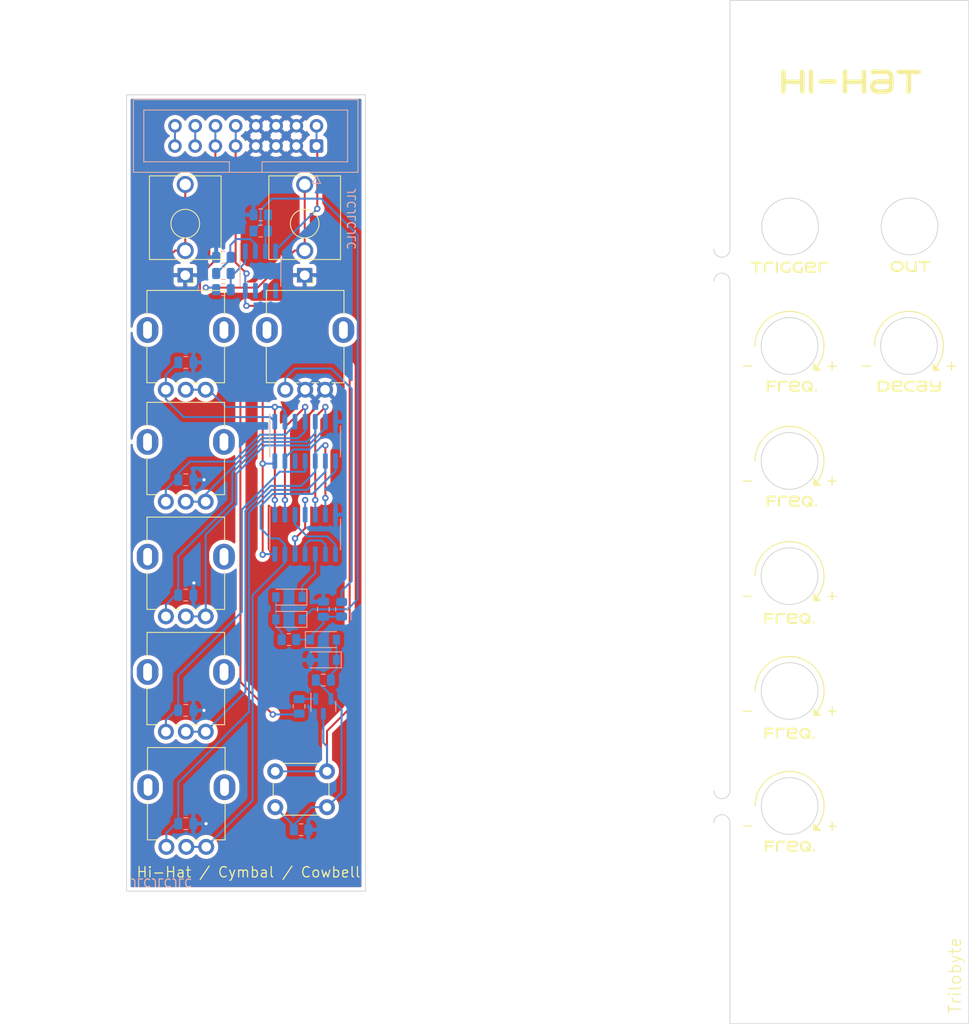
<source format=kicad_pcb>
(kicad_pcb (version 20211014) (generator pcbnew)
  (layers (0 "F.Cu" signal) (31 "B.Cu" signal) (34 "B.Paste" user) (35 "F.Paste" user) (36 "B.SilkS" user "B.Silkscreen") (37 "F.SilkS" user "F.Silkscreen") (38 "B.Mask" user) (39 "F.Mask" user) (44 "Edge.Cuts" user))
  (net 0 "")
  (net 1 "GND")
  (net 2 "+5V")
  (net 3 "TRIGGER")
  (net 4 "Net-(C7-Pad2)")
  (net 5 "Net-(C8-Pad1)")
  (net 6 "/XOR_SQUARE_WAVE")
  (net 7 "Net-(D3-Pad2)")
  (net 8 "Net-(C1-Pad2)")
  (net 9 "OUT")
  (net 10 "Net-(R6-Pad1)")
  (net 11 "Net-(C2-Pad2)")
  (net 12 "Net-(C3-Pad2)")
  (net 13 "unconnected-(U1-Pad7)")
  (net 14 "unconnected-(U1-Pad8)")
  (net 15 "Net-(C4-Pad2)")
  (net 16 "Net-(C5-Pad2)")
  (net 17 "Net-(RV2-Pad2)")
  (net 18 "Net-(RV3-Pad2)")
  (net 19 "Net-(RV4-Pad2)")
  (net 20 "Net-(RV5-Pad2)")
  (net 21 "Net-(RV6-Pad2)")
  (net 26 "Net-(U5-Pad3)")
  (net 27 "Net-(U5-Pad12)")
  (net 28 "Net-(U5-Pad11)")
  (net 29 "Net-(D4-Pad1)")
  (net 30 "Net-(R2-Pad1)")
  (net 31 "Net-(R4-Pad2)")
  (net 32 "Net-(R7-Pad1)")
  (net 33 "+12V")
  (net 34 "-12V")
  (net 35 "Net-(C7-Pad1)")
  (net 36 "Net-(Q1-Pad1)")
  (footprint "LIBRARY-8-bit-computer:alpha-9mm-potentiometer" (layer "F.Cu") (at 59.366 80.85725 90)
    (fp_text reference "RV3" hide)
    (fp_text value "R_Potentiometer_US" hide)
  )
  (footprint "LIBRARY-8-bit-computer:alpha-9mm-potentiometer" (layer "F.Cu") (at 59.436 124.206 90)
    (fp_text reference "RV6" hide)
    (fp_text value "R_Potentiometer_US" hide)
  )
  (footprint "LOGO" (layer "F.Cu") (at 135.54687 73.606)
    (fp_text reference "G***" hide)
    (fp_text value "LOGO" hide)
  )
  (footprint "LOGO" (layer "F.Cu") (at 135.222 58.67)
    (fp_text reference "G***" hide)
    (fp_text value "LOGO" hide)
  )
  (footprint "LIBRARY-8-bit-computer:alpha-9mm-potentiometer" (layer "F.Cu") (at 74.366 66.802 90)
    (fp_text reference "RV1" hide)
    (fp_text value "R_Potentiometer_US" hide)
  )
  (footprint "LIBRARY-8-bit-computer:mouse-bite-2mm-slot" (layer "F.Cu") (at 126.762 58.396 90)
    (fp_text reference "mouse-bite-2mm-slot" hide)
    (fp_text value "VAL**" hide)
    (fp_arc (start 2 1) (mid 1 0) (end 2 -1) (layer "Edge.Cuts") (width 0.1))
    (fp_arc (start -2 -1) (mid -1 0) (end -2 1) (layer "Edge.Cuts") (width 0.1))
  )
  (footprint "LIBRARY-8-bit-computer:3.5mm-mono-jack-eurorack-2" (layer "F.Cu") (at 59.366 53.086 180)
    (fp_text reference "J1" hide)
    (fp_text value "AudioJack2_Ground" hide)
  )
  (footprint "LIBRARY-8-bit-computer:alpha-9mm-potentiometer" (layer "F.Cu") (at 59.366 66.802 90)
    (fp_text reference "RV2" hide)
    (fp_text value "R_Potentiometer_US" hide)
  )
  (footprint "LOGO" (layer "F.Cu") (at 135.305435 131.377435)
    (fp_text reference "G***" hide)
    (fp_text value "LOGO" hide)
  )
  (footprint "LIBRARY-8-bit-computer:3.2mm-mounting-hole-eurorack" (layer "F.Cu") (at 135.262 28.146)
    (fp_text reference "H1" hide)
    (fp_text value "MountingHole" hide)
  )
  (footprint "LOGO" (layer "F.Cu") (at 150.348 58.566)
    (fp_text reference "G***" hide)
    (fp_text value "LOGO" hide)
  )
  (footprint "Button_Switch_THT:SW_PUSH_6mm" (layer "F.Cu") (at 70.664 121.956)
    (fp_text reference "SW1" hide)
    (fp_text value "SW_Push" hide)
  )
  (footprint "LOGO" (layer "F.Cu") (at 142.762 35.396)
    (fp_text reference "G***" hide)
    (fp_text value "LOGO" hide)
  )
  (footprint "LOGO" (layer "F.Cu") (at 150.307435 73.606)
    (fp_text reference "G***" hide)
    (fp_text value "LOGO" hide)
  )
  (footprint "LIBRARY-8-bit-computer:mouse-bite-2mm-slot" (layer "F.Cu") (at 126.762 126.396 90)
    (fp_text reference "mouse-bite-2mm-slot" hide)
    (fp_text value "VAL**" hide)
    (fp_arc (start -2 -1) (mid -1 0) (end -2 1) (layer "Edge.Cuts") (width 0.1))
    (fp_arc (start 2 1) (mid 1 0) (end 2 -1) (layer "Edge.Cuts") (width 0.1))
  )
  (footprint "LIBRARY-8-bit-computer:alpha-9mm-potentiometer" (layer "F.Cu") (at 59.376 95.267 90)
    (fp_text reference "RV4" hide)
    (fp_text value "R_Potentiometer_US" hide)
  )
  (footprint "LIBRARY-8-bit-computer:3.2mm-mounting-hole-eurorack" (layer "F.Cu") (at 150.502 28.146)
    (fp_text reference "H1" hide)
    (fp_text value "MountingHole" hide)
  )
  (footprint "LOGO" (layer "F.Cu") (at 135.261435 117.19)
    (fp_text reference "G***" hide)
    (fp_text value "LOGO" hide)
  )
  (footprint "LIBRARY-8-bit-computer:alpha-9mm-potentiometer" (layer "F.Cu") (at 59.376 109.745 90)
    (fp_text reference "RV5" hide)
    (fp_text value "R_Potentiometer_US" hide)
  )
  (footprint "LIBRARY-8-bit-computer:3.2mm-mounting-hole-eurorack" (layer "F.Cu") (at 135.262 150.646)
    (fp_text reference "H1" hide)
    (fp_text value "MountingHole" hide)
  )
  (footprint "LIBRARY-8-bit-computer:3.5mm-mono-jack-eurorack-2" (layer "F.Cu") (at 74.366 53.086 180)
    (fp_text reference "J2" hide)
    (fp_text value "AudioJack2_Ground" hide)
  )
  (footprint "LIBRARY-8-bit-computer:3.2mm-mounting-hole-eurorack" (layer "F.Cu") (at 150.502 150.646)
    (fp_text reference "H1" hide)
    (fp_text value "MountingHole" hide)
  )
  (footprint "LOGO" (layer "F.Cu") (at 135.252 102.77)
    (fp_text reference "G***" hide)
    (fp_text value "LOGO" hide)
  )
  (footprint "LOGO" (layer "F.Cu") (at 135.54687 88.046)
    (fp_text reference "G***" hide)
    (fp_text value "LOGO" hide)
  )
  (footprint "Resistor_SMD:R_0805_2012Metric" (layer "B.Cu") (at 64.1585 61.468)
    (fp_text reference "R8" hide)
    (fp_text value "R_Small_US" hide)
  )
  (footprint "Resistor_SMD:R_0805_2012Metric" (layer "B.Cu") (at 73.66 113.792 -90)
    (fp_text reference "R9" hide)
    (fp_text value "R_Small_US" hide)
  )
  (footprint "Resistor_SMD:R_0805_2012Metric" (layer "B.Cu") (at 64.1585 59.436 180)
    (fp_text reference "R7" hide)
    (fp_text value "R_Small_US" hide)
  )
  (footprint "Diode_SMD:D_SOD-123" (layer "B.Cu") (at 76.708 107.95 180)
    (fp_text reference "D1" hide)
    (fp_text value "BAT43W-V" hide)
  )
  (footprint "Resistor_SMD:R_0805_2012Metric" (layer "B.Cu") (at 68.834 54.102 180)
    (fp_text reference "R2" hide)
    (fp_text value "R_Small_US" hide)
  )
  (footprint "Capacitor_SMD:C_0805_2012Metric" (layer "B.Cu") (at 76.708 110.49)
    (fp_text reference "C7" hide)
    (fp_text value "C_Small" hide)
  )
  (footprint "Resistor_SMD:R_0805_2012Metric" (layer "B.Cu") (at 64.1585 57.404)
    (fp_text reference "R4" hide)
    (fp_text value "R_Small_US" hide)
  )
  (footprint "Package_SO:SOIC-8_3.9x4.9mm_P1.27mm" (layer "B.Cu") (at 68.8105 59.117 -90)
    (fp_text reference "U2" hide)
    (fp_text value "TL072" hide)
  )
  (footprint "Resistor_SMD:R_0805_2012Metric" (layer "B.Cu") (at 72.39 105.41 180)
    (fp_text reference "R5" hide)
    (fp_text value "R_Small_US" hide)
  )
  (footprint "Package_SO:SOIC-14_3.9x8.7mm_P1.27mm" (layer "B.Cu") (at 74.422 92.202 -90)
    (fp_text reference "U5" hide)
    (fp_text value "4070" hide)
  )
  (footprint "Diode_SMD:D_SOD-123" (layer "B.Cu") (at 72.39 100.076 180)
    (fp_text reference "D3" hide)
    (fp_text value "BAT43W-V" hide)
  )
  (footprint "Resistor_SMD:R_0805_2012Metric" (layer "B.Cu") (at 78.994 101.6 -90)
    (fp_text reference "R6" hide)
    (fp_text value "R_Small_US" hide)
  )
  (footprint "LIBRARY-8-bit-computer:IDC-Socket-Eurorack_16p_2.54mm" (layer "B.Cu") (at 66.97 42.164 -90)
    (fp_text reference "U1" hide)
    (fp_text value "Eurorack_IDE_16P" hide)
  )
  (footprint "Capacitor_SMD:C_0805_2012Metric" (layer "B.Cu") (at 59.436 128.524 180)
    (fp_text reference "C5" hide)
    (fp_text value "C_Small" hide)
  )
  (footprint "Capacitor_SMD:C_0805_2012Metric" (layer "B.Cu") (at 59.436 70.612 180)
    (fp_text reference "C1" hide)
    (fp_text value "C_Small" hide)
  )
  (footprint "Capacitor_SMD:C_0805_2012Metric" (layer "B.Cu") (at 59.436 85.344 180)
    (fp_text reference "C2" hide)
    (fp_text value "C_Small" hide)
  )
  (footprint "Package_SO:SOIC-14_3.9x8.7mm_P1.27mm" (layer "B.Cu") (at 74.422 80.518 -90)
    (fp_text reference "U4" hide)
    (fp_text value "40106" hide)
  )
  (footprint "Capacitor_SMD:C_0805_2012Metric" (layer "B.Cu") (at 59.436 99.822 180)
    (fp_text reference "C3" hide)
    (fp_text value "C_Small" hide)
  )
  (footprint "Resistor_SMD:R_0805_2012Metric" (layer "B.Cu") (at 73.914 129.286 180)
    (fp_text reference "R1" hide)
    (fp_text value "R_Small_US" hide)
  )
  (footprint "Diode_SMD:D_SOD-123" (layer "B.Cu") (at 76.708 105.41)
    (fp_text reference "D2" hide)
    (fp_text value "BAT43W-V" hide)
  )
  (footprint "Capacitor_SMD:C_0805_2012Metric" (layer "B.Cu") (at 59.436 114.3 180)
    (fp_text reference "C4" hide)
    (fp_text value "C_Small" hide)
  )
  (footprint "Diode_SMD:D_SOD-123" (layer "B.Cu") (at 72.39 102.87 180)
    (fp_text reference "D4" hide)
    (fp_text value "BAT43W-V" hide)
  )
  (footprint "Package_TO_SOT_SMD:SOT-23" (layer "B.Cu") (at 76.708 113.792 -90)
    (fp_text reference "Q1" hide)
    (fp_text value "2N2222_smd-stephen" hide)
  )
  (footprint "Resistor_SMD:R_0805_2012Metric" (layer "B.Cu") (at 68.834 52.07 180)
    (fp_text reference "R3" hide)
    (fp_text value "R_Small_US" hide)
  )
  (footprint "Capacitor_SMD:C_0805_2012Metric" (layer "B.Cu") (at 76.708 101.6 90)
    (fp_text reference "C8" hide)
    (fp_text value "C_Small" hide)
  )
  (gr_poly (pts (xy 139.082565 71.584565) (xy 138.31 71.584565) (xy 138.31 70.812)) (layer "F.SilkS") (width 0.15) (fill solid))
  (gr_arc (start 130.937971 126.297435) (mid 136.918718 122.301227) (end 138.322 129.356) (layer "F.SilkS") (width 0.15))
  (gr_line (start 155.088 71.066) (end 156.104 71.066) (layer "F.SilkS") (width 0.15))
  (gr_line (start 129.420565 99.976) (end 130.436565 99.976) (layer "F.SilkS") (width 0.15))
  (gr_line (start 140.595435 86.014) (end 140.595435 84.998) (layer "F.SilkS") (width 0.15))
  (gr_poly (pts (xy 139.082 86.024565) (xy 138.309435 86.024565) (xy 138.309435 85.252)) (layer "F.SilkS") (width 0.15) (fill solid))
  (gr_line (start 155.596 71.574) (end 155.596 70.558) (layer "F.SilkS") (width 0.15))
  (gr_line (start 129.43 114.396) (end 130.446 114.396) (layer "F.SilkS") (width 0.15))
  (gr_line (start 129.432 128.837435) (end 130.448 128.837435) (layer "F.SilkS") (width 0.15))
  (gr_poly (pts (xy 139.08313 100.494565) (xy 138.310565 100.494565) (xy 138.310565 99.722)) (layer "F.SilkS") (width 0.15) (fill solid))
  (gr_arc (start 130.935971 111.856) (mid 136.916718 107.859792) (end 138.32 114.914565) (layer "F.SilkS") (width 0.15))
  (gr_line (start 140.596565 100.484) (end 140.596565 99.468) (layer "F.SilkS") (width 0.15))
  (gr_line (start 140.608 129.345435) (end 140.608 128.329435) (layer "F.SilkS") (width 0.15))
  (gr_line (start 129.42 71.066) (end 130.436 71.066) (layer "F.SilkS") (width 0.15))
  (gr_line (start 140.596 71.574) (end 140.596 70.558) (layer "F.SilkS") (width 0.15))
  (gr_line (start 129.419435 85.506) (end 130.435435 85.506) (layer "F.SilkS") (width 0.15))
  (gr_line (start 140.606 114.904) (end 140.606 113.888) (layer "F.SilkS") (width 0.15))
  (gr_arc (start 130.926536 97.436) (mid 136.907283 93.439792) (end 138.310565 100.494565) (layer "F.SilkS") (width 0.15))
  (gr_line (start 140.088 71.066) (end 141.104 71.066) (layer "F.SilkS") (width 0.15))
  (gr_line (start 144.42 71.066) (end 145.436 71.066) (layer "F.SilkS") (width 0.15))
  (gr_poly (pts (xy 154.082565 71.584565) (xy 153.31 71.584565) (xy 153.31 70.812)) (layer "F.SilkS") (width 0.15) (fill solid))
  (gr_line (start 140.1 128.837435) (end 141.116 128.837435) (layer "F.SilkS") (width 0.15))
  (gr_poly (pts (xy 139.094565 129.356) (xy 138.322 129.356) (xy 138.322 128.583435)) (layer "F.SilkS") (width 0.15) (fill solid))
  (gr_line (start 140.087435 85.506) (end 141.103435 85.506) (layer "F.SilkS") (width 0.15))
  (gr_poly (pts (xy 139.092565 114.914565) (xy 138.32 114.914565) (xy 138.32 114.142)) (layer "F.SilkS") (width 0.15) (fill solid))
  (gr_arc (start 130.925971 68.526) (mid 136.906718 64.529792) (end 138.31 71.584565) (layer "F.SilkS") (width 0.15))
  (gr_arc (start 130.925406 82.966) (mid 136.906153 78.969792) (end 138.309435 86.024565) (layer "F.SilkS") (width 0.15))
  (gr_line (start 140.088565 99.976) (end 141.104565 99.976) (layer "F.SilkS") (width 0.15))
  (gr_line (start 140.098 114.396) (end 141.114 114.396) (layer "F.SilkS") (width 0.15))
  (gr_arc (start 145.925971 68.526) (mid 151.906718 64.529792) (end 153.31 71.584565) (layer "F.SilkS") (width 0.15))
  (gr_circle (center 135.262 111.866) (end 138.822 111.866) (layer "Edge.Cuts") (width 0.1) (fill none))
  (gr_circle (center 135.252565 97.446) (end 138.812565 97.446) (layer "Edge.Cuts") (width 0.1) (fill none))
  (gr_line (start 52 137) (end 52 37) (layer "Edge.Cuts") (width 0.1))
  (gr_line (start 82 122) (end 82 137) (layer "Edge.Cuts") (width 0.1))
  (gr_line (start 127.762 153.646) (end 127.762 128.396) (layer "Edge.Cuts") (width 0.1))
  (gr_line (start 127.762 25.146) (end 157.762 25.146) (layer "Edge.Cuts") (width 0.1))
  (gr_circle (center 135.252 68.536) (end 138.812 68.536) (layer "Edge.Cuts") (width 0.1) (fill none))
  (gr_circle (center 150.252 68.536) (end 153.812 68.536) (layer "Edge.Cuts") (width 0.1) (fill none))
  (gr_circle (center 135.264 126.307435) (end 138.824 126.307435) (layer "Edge.Cuts") (width 0.1) (fill none))
  (gr_line (start 82 37) (end 52 37) (layer "Edge.Cuts") (width 0.1))
  (gr_line (start 127.762 56.396) (end 127.762 25.146) (layer "Edge.Cuts") (width 0.1))
  (gr_line (start 127.762 124.396) (end 127.762 60.396) (layer "Edge.Cuts") (width 0.1))
  (gr_circle (center 150.322 53.526) (end 153.882 53.526) (layer "Edge.Cuts") (width 0.1) (fill none))
  (gr_line (start 82 137) (end 52 137) (layer "Edge.Cuts") (width 0.1))
  (gr_circle (center 135.322 53.536) (end 138.882 53.536) (layer "Edge.Cuts") (width 0.1) (fill none))
  (gr_line (start 157.762 25.146) (end 157.762 153.646) (layer "Edge.Cuts") (width 0.1))
  (gr_line (start 157.762 153.646) (end 127.762 153.646) (layer "Edge.Cuts") (width 0.1))
  (gr_circle (center 135.251435 82.976) (end 138.811435 82.976) (layer "Edge.Cuts") (width 0.1) (fill none))
  (gr_line (start 82 58) (end 82 122) (layer "Edge.Cuts") (width 0.1))
  (gr_line (start 82 58) (end 82 37) (layer "Edge.Cuts") (width 0.1))
  (gr_text "JLCJLCJLC" (at 80.264 52.578 90) (layer "B.SilkS") (effects (font (size 1 1)) (justify mirror)))
  (gr_text "JLCJLCJLC" (at 56.366 135.92 180) (layer "B.SilkS") (effects (font (size 1 1)) (justify mirror)))
  (gr_text "Hi-Hat / Cymbal / Cowbell" (at 67.31 134.62) (layer "F.SilkS") (effects (font (size 1.3 1.3))))
  (gr_text "Trilobyte" (at 156.032 147.586 90) (layer "F.SilkS") (effects (font (size 1.5 1.5))))
  (via (at 60.452 98.298) (size 0.8) (drill 0.4) (layers "F.Cu" "B.Cu") (net 1))
  (via (at 61.722 85.344) (size 0.8) (drill 0.4) (layers "F.Cu" "B.Cu") (net 1))
  (via (at 61.976 128.524) (size 0.8) (drill 0.4) (layers "F.Cu" "B.Cu") (net 1))
  (via (at 61.722 114.3) (size 0.8) (drill 0.4) (layers "F.Cu" "B.Cu") (net 1))
  (segment (start 60.386 114.3) (end 61.722 114.3) (width 0.25) (layer "B.Cu") (net 1))
  (segment (start 77.724 80.01) (end 78.232 79.502) (width 0.25) (layer "B.Cu") (net 1))
  (segment (start 78.232 79.502) (end 78.232 78.043) (width 0.25) (layer "B.Cu") (net 1))
  (segment (start 76.454 80.01) (end 77.724 80.01) (width 0.25) (layer "B.Cu") (net 1))
  (segment (start 72.964928 81.534) (end 74.93 81.534) (width 0.25) (layer "B.Cu") (net 1))
  (segment (start 60.386 128.524) (end 61.976 128.524) (width 0.25) (layer "B.Cu") (net 1))
  (segment (start 71.882 82.616928) (end 72.964928 81.534) (width 0.25) (layer "B.Cu") (net 1))
  (segment (start 60.386 98.364) (end 60.452 98.298) (width 0.25) (layer "B.Cu") (net 1))
  (segment (start 74.93 81.534) (end 76.454 80.01) (width 0.25) (layer "B.Cu") (net 1))
  (segment (start 60.386 85.344) (end 61.722 85.344) (width 0.25) (layer "B.Cu") (net 1))
  (segment (start 71.882 82.993) (end 71.882 82.616928) (width 0.25) (layer "B.Cu") (net 1))
  (segment (start 60.386 99.822) (end 60.386 98.364) (width 0.25) (layer "B.Cu") (net 1))
  (segment (start 63.148 43.434) (end 63.148 57.756) (width 0.25) (layer "F.Cu") (net 2))
  (segment (start 61.214 59.69) (end 61.214 66.802) (width 0.25) (layer "F.Cu") (net 2))
  (segment (start 63.148 57.756) (end 61.214 59.69) (width 0.25) (layer "F.Cu") (net 2))
  (segment (start 69.088 74.676) (end 69.088 83.312) (width 0.25) (layer "F.Cu") (net 2))
  (segment (start 69.088 94.742) (end 69.088 83.312) (width 0.25) (layer "F.Cu") (net 2))
  (segment (start 61.214 66.802) (end 69.088 74.676) (width 0.25) (layer "F.Cu") (net 2))
  (via (at 69.088 83.312) (size 0.8) (drill 0.4) (layers "F.Cu" "B.Cu") (net 2))
  (via (at 69.088 94.742) (size 0.8) (drill 0.4) (layers "F.Cu" "B.Cu") (net 2))
  (segment (start 69.088 83.312) (end 70.293 83.312) (width 0.25) (layer "B.Cu") (net 2))
  (segment (start 70.612 94.677) (end 69.153 94.677) (width 0.25) (layer "B.Cu") (net 2))
  (segment (start 70.293 83.312) (end 70.612 82.993) (width 0.25) (layer "B.Cu") (net 2))
  (segment (start 63.148 43.434) (end 63.148 40.906) (width 0.25) (layer "B.Cu") (net 2))
  (segment (start 69.153 94.677) (end 69.088 94.742) (width 0.25) (layer "B.Cu") (net 2))
  (segment (start 63.148 40.906) (end 63.16 40.894) (width 0.25) (layer "B.Cu") (net 2))
  (segment (start 66.294 73.152) (end 66.294 110.744) (width 0.25) (layer "F.Cu") (net 3))
  (segment (start 56.642 63.5) (end 66.294 73.152) (width 0.25) (layer "F.Cu") (net 3))
  (segment (start 66.294 110.744) (end 70.358 114.808) (width 0.25) (layer "F.Cu") (net 3))
  (segment (start 59.366 48.26) (end 59.366 56.56) (width 0.25) (layer "F.Cu") (net 3))
  (segment (start 56.642 58.014) (end 56.642 63.5) (width 0.25) (layer "F.Cu") (net 3))
  (segment (start 59.366 56.56) (end 58.096 56.56) (width 0.25) (layer "F.Cu") (net 3))
  (segment (start 58.096 56.56) (end 56.642 58.014) (width 0.25) (layer "F.Cu") (net 3))
  (via (at 70.358 114.808) (size 0.8) (drill 0.4) (layers "F.Cu" "B.Cu") (net 3))
  (segment (start 70.358 114.808) (end 73.5565 114.808) (width 0.25) (layer "B.Cu") (net 3))
  (segment (start 73.5565 114.808) (end 73.66 114.7045) (width 0.25) (layer "B.Cu") (net 3))
  (segment (start 77.658 110.49) (end 77.658 109.794) (width 0.25) (layer "B.Cu") (net 4))
  (segment (start 77.658 109.794) (end 78.358 109.094) (width 0.25) (layer "B.Cu") (net 4))
  (segment (start 78.358 107.95) (end 78.358 105.41) (width 0.25) (layer "B.Cu") (net 4))
  (segment (start 78.358 109.094) (end 78.358 107.95) (width 0.25) (layer "B.Cu") (net 4))
  (segment (start 73.3025 105.41) (end 75.058 105.41) (width 0.25) (layer "B.Cu") (net 5))
  (segment (start 75.058 105.028) (end 76.708 103.378) (width 0.25) (layer "B.Cu") (net 5))
  (segment (start 76.708 102.55) (end 78.9565 102.55) (width 0.25) (layer "B.Cu") (net 5))
  (segment (start 78.9565 102.55) (end 78.994 102.5125) (width 0.25) (layer "B.Cu") (net 5))
  (segment (start 76.708 103.378) (end 76.708 102.55) (width 0.25) (layer "B.Cu") (net 5))
  (segment (start 75.058 105.41) (end 75.058 105.028) (width 0.25) (layer "B.Cu") (net 5))
  (segment (start 74.04 98.68) (end 75.692 97.028) (width 0.25) (layer "B.Cu") (net 6))
  (segment (start 75.692 97.028) (end 75.692 94.677) (width 0.25) (layer "B.Cu") (net 6))
  (segment (start 74.04 100.076) (end 74.04 98.68) (width 0.25) (layer "B.Cu") (net 6))
  (segment (start 70.74 100.076) (end 70.74 102.87) (width 0.25) (layer "B.Cu") (net 7))
  (segment (start 70.74 103.76) (end 71.4775 104.4975) (width 0.25) (layer "B.Cu") (net 7))
  (segment (start 70.74 102.87) (end 70.74 103.76) (width 0.25) (layer "B.Cu") (net 7))
  (segment (start 71.4775 104.4975) (end 71.4775 105.41) (width 0.25) (layer "B.Cu") (net 7))
  (segment (start 70.039 77.47) (end 59.182 77.47) (width 0.25) (layer "B.Cu") (net 8))
  (segment (start 56.926 72.172) (end 58.486 70.612) (width 0.25) (layer "B.Cu") (net 8))
  (segment (start 59.182 77.47) (end 56.926 75.214) (width 0.25) (layer "B.Cu") (net 8))
  (segment (start 56.926 74.034) (end 56.926 72.172) (width 0.25) (layer "B.Cu") (net 8))
  (segment (start 70.612 78.043) (end 70.039 77.47) (width 0.25) (layer "B.Cu") (net 8))
  (segment (start 56.926 75.214) (end 56.926 74.034) (width 0.25) (layer "B.Cu") (net 8))
  (segment (start 68.442 61.214) (end 61.9385 61.214) (width 0.25) (layer "F.Cu") (net 9))
  (segment (start 73.096 56.56) (end 68.442 61.214) (width 0.25) (layer "F.Cu") (net 9))
  (segment (start 74.366 48.26) (end 74.366 56.56) (width 0.25) (layer "F.Cu") (net 9))
  (segment (start 74.366 56.56) (end 73.096 56.56) (width 0.25) (layer "F.Cu") (net 9))
  (via (at 61.9385 61.214) (size 0.8) (drill 0.4) (layers "F.Cu" "B.Cu") (net 9))
  (segment (start 62.992 61.214) (end 61.9385 61.214) (width 0.25) (layer "B.Cu") (net 9))
  (segment (start 63.246 61.468) (end 62.992 61.214) (width 0.25) (layer "B.Cu") (net 9))
  (segment (start 73.152 71.374) (end 71.926 72.6) (width 0.25) (layer "B.Cu") (net 10))
  (segment (start 80.264 98.044) (end 80.264 73.914) (width 0.25) (layer "B.Cu") (net 10))
  (segment (start 80.264 73.914) (end 77.724 71.374) (width 0.25) (layer "B.Cu") (net 10))
  (segment (start 78.994 99.314) (end 80.264 98.044) (width 0.25) (layer "B.Cu") (net 10))
  (segment (start 78.994 100.6875) (end 78.994 99.314) (width 0.25) (layer "B.Cu") (net 10))
  (segment (start 71.926 72.6) (end 71.926 74.034) (width 0.25) (layer "B.Cu") (net 10))
  (segment (start 77.724 71.374) (end 73.152 71.374) (width 0.25) (layer "B.Cu") (net 10))
  (segment (start 58.166 85.344) (end 58.486 85.344) (width 0.25) (layer "B.Cu") (net 11))
  (segment (start 58.486 84.516) (end 58.486 85.344) (width 0.25) (layer "B.Cu") (net 11))
  (segment (start 73.152 78.043) (end 73.152 78.458048) (width 0.25) (layer "B.Cu") (net 11))
  (segment (start 65.402888 83.058) (end 59.944 83.058) (width 0.25) (layer "B.Cu") (net 11))
  (segment (start 59.944 83.058) (end 58.486 84.516) (width 0.25) (layer "B.Cu") (net 11))
  (segment (start 56.926 86.584) (end 58.166 85.344) (width 0.25) (layer "B.Cu") (net 11))
  (segment (start 56.926 88.08925) (end 56.926 86.584) (width 0.25) (layer "B.Cu") (net 11))
  (segment (start 71.93258 79.677468) (end 68.783419 79.677469) (width 0.25) (layer "B.Cu") (net 11))
  (segment (start 73.152 78.458048) (end 71.93258 79.677468) (width 0.25) (layer "B.Cu") (net 11))
  (segment (start 68.783419 79.677469) (end 65.402888 83.058) (width 0.25) (layer "B.Cu") (net 11))
  (segment (start 75.692 79.500592) (end 74.616103 80.576489) (width 0.25) (layer "B.Cu") (net 12))
  (segment (start 65.278 88.138) (end 58.486 94.93) (width 0.25) (layer "B.Cu") (net 12))
  (segment (start 56.936 101.052) (end 58.166 99.822) (width 0.25) (layer "B.Cu") (net 12))
  (segment (start 69.155806 80.57649) (end 65.278 84.454296) (width 0.25) (layer "B.Cu") (net 12))
  (segment (start 65.278 84.454296) (end 65.278 88.138) (width 0.25) (layer "B.Cu") (net 12))
  (segment (start 58.166 99.822) (end 58.486 99.822) (width 0.25) (layer "B.Cu") (net 12))
  (segment (start 75.692 78.043) (end 75.692 79.500592) (width 0.25) (layer "B.Cu") (net 12))
  (segment (start 56.936 102.499) (end 56.936 101.052) (width 0.25) (layer "B.Cu") (net 12))
  (segment (start 74.616103 80.576489) (end 69.155806 80.57649) (width 0.25) (layer "B.Cu") (net 12))
  (segment (start 58.486 94.93) (end 58.486 99.822) (width 0.25) (layer "B.Cu") (net 12))
  (segment (start 60.62 40.894) (end 60.62 43.422) (width 0.25) (layer "B.Cu") (net 13))
  (segment (start 60.62 43.422) (end 60.608 43.434) (width 0.25) (layer "B.Cu") (net 13))
  (segment (start 58.068 40.906) (end 58.08 40.894) (width 0.25) (layer "B.Cu") (net 14))
  (segment (start 58.068 43.434) (end 58.068 40.906) (width 0.25) (layer "B.Cu") (net 14))
  (segment (start 56.936 115.53) (end 58.166 114.3) (width 0.25) (layer "B.Cu") (net 15))
  (segment (start 66.469468 89.09482) (end 66.469468 101.932532) (width 0.25) (layer "B.Cu") (net 15))
  (segment (start 58.486 109.916) (end 58.486 114.3) (width 0.25) (layer "B.Cu") (net 15))
  (segment (start 71.236288 84.328) (end 66.469468 89.09482) (width 0.25) (layer "B.Cu") (net 15))
  (segment (start 74.422 82.993) (end 74.422 84.328) (width 0.25) (layer "B.Cu") (net 15))
  (segment (start 74.422 84.328) (end 71.236288 84.328) (width 0.25) (layer "B.Cu") (net 15))
  (segment (start 66.469468 101.932532) (end 58.486 109.916) (width 0.25) (layer "B.Cu") (net 15))
  (segment (start 56.936 116.977) (end 56.936 115.53) (width 0.25) (layer "B.Cu") (net 15))
  (segment (start 58.166 114.3) (end 58.486 114.3) (width 0.25) (layer "B.Cu") (net 15))
  (segment (start 67.368489 89.467207) (end 67.368489 114.495511) (width 0.25) (layer "B.Cu") (net 16))
  (segment (start 76.962 84.328) (end 74.676 86.614) (width 0.25) (layer "B.Cu") (net 16))
  (segment (start 76.962 82.993) (end 76.962 84.328) (width 0.25) (layer "B.Cu") (net 16))
  (segment (start 56.996 129.694) (end 56.996 131.438) (width 0.25) (layer "B.Cu") (net 16))
  (segment (start 58.486 128.524) (end 58.166 128.524) (width 0.25) (layer "B.Cu") (net 16))
  (segment (start 74.676 86.614) (end 70.221696 86.614) (width 0.25) (layer "B.Cu") (net 16))
  (segment (start 70.221696 86.614) (end 67.368489 89.467207) (width 0.25) (layer "B.Cu") (net 16))
  (segment (start 67.368489 114.495511) (end 58.486 123.378) (width 0.25) (layer "B.Cu") (net 16))
  (segment (start 58.166 128.524) (end 56.996 129.694) (width 0.25) (layer "B.Cu") (net 16))
  (segment (start 58.486 123.378) (end 58.486 128.524) (width 0.25) (layer "B.Cu") (net 16))
  (segment (start 70.612 87.884) (end 70.612 76.2) (width 0.25) (layer "F.Cu") (net 17))
  (via (at 70.612 87.884) (size 0.8) (drill 0.4) (layers "F.Cu" "B.Cu") (net 17))
  (via (at 70.612 76.2) (size 0.8) (drill 0.4) (layers "F.Cu" "B.Cu") (net 17))
  (segment (start 71.882 76.708) (end 71.374 76.2) (width 0.25) (layer "B.Cu") (net 17))
  (segment (start 59.426 74.034) (end 61.926 74.034) (width 0.25) (layer "B.Cu") (net 17))
  (segment (start 71.374 76.2) (end 64.481 76.2) (width 0.25) (layer "B.Cu") (net 17))
  (segment (start 64.481 76.2) (end 62.315 74.034) (width 0.25) (layer "B.Cu") (net 17))
  (segment (start 70.612 89.727) (end 70.612 87.884) (width 0.25) (layer "B.Cu") (net 17))
  (segment (start 71.882 78.043) (end 71.882 76.708) (width 0.25) (layer "B.Cu") (net 17))
  (segment (start 62.315 74.034) (end 61.926 74.034) (width 0.25) (layer "B.Cu") (net 17))
  (segment (start 71.882 87.884) (end 71.882 78.74) (width 0.25) (layer "F.Cu") (net 18))
  (segment (start 71.882 78.74) (end 74.422 76.2) (width 0.25) (layer "F.Cu") (net 18))
  (via (at 74.422 76.2) (size 0.8) (drill 0.4) (layers "F.Cu" "B.Cu") (net 18))
  (via (at 71.882 87.884) (size 0.8) (drill 0.4) (layers "F.Cu" "B.Cu") (net 18))
  (segment (start 61.926 87.170592) (end 68.969613 80.126979) (width 0.25) (layer "B.Cu") (net 18))
  (segment (start 73.543022 80.126978) (end 74.422 79.248) (width 0.25) (layer "B.Cu") (net 18))
  (segment (start 74.422 79.248) (end 74.422 78.043) (width 0.25) (layer "B.Cu") (net 18))
  (segment (start 74.422 76.2) (end 74.422 78.043) (width 0.25) (layer "B.Cu") (net 18))
  (segment (start 68.969613 80.126979) (end 73.543022 80.126978) (width 0.25) (layer "B.Cu") (net 18))
  (segment (start 71.882 89.727) (end 71.882 87.884) (width 0.25) (layer "B.Cu") (net 18))
  (segment (start 59.426 88.08925) (end 61.926 88.08925) (width 0.25) (layer "B.Cu") (net 18))
  (segment (start 61.926 88.08925) (end 61.926 87.170592) (width 0.25) (layer "B.Cu") (net 18))
  (segment (start 75.692 77.47) (end 76.962 76.2) (width 0.25) (layer "F.Cu") (net 19))
  (segment (start 75.692 87.884) (end 75.692 77.47) (width 0.25) (layer "F.Cu") (net 19))
  (via (at 76.962 76.2) (size 0.8) (drill 0.4) (layers "F.Cu" "B.Cu") (net 19))
  (via (at 75.692 87.884) (size 0.8) (drill 0.4) (layers "F.Cu" "B.Cu") (net 19))
  (segment (start 61.936 92.242) (end 65.786 88.392) (width 0.25) (layer "B.Cu") (net 19))
  (segment (start 65.786 84.582) (end 69.342 81.026) (width 0.25) (layer "B.Cu") (net 19))
  (segment (start 76.962 76.2) (end 76.962 78.043) (width 0.25) (layer "B.Cu") (net 19))
  (segment (start 59.436 102.499) (end 61.936 102.499) (width 0.25) (layer "B.Cu") (net 19))
  (segment (start 75.692 89.727) (end 75.692 87.884) (width 0.25) (layer "B.Cu") (net 19))
  (segment (start 65.786 88.392) (end 65.786 84.582) (width 0.25) (layer "B.Cu") (net 19))
  (segment (start 61.936 102.499) (end 61.936 92.242) (width 0.25) (layer "B.Cu") (net 19))
  (segment (start 69.342 81.026) (end 74.802296 81.026) (width 0.25) (layer "B.Cu") (net 19))
  (segment (start 76.962 78.866296) (end 76.962 78.043) (width 0.25) (layer "B.Cu") (net 19))
  (segment (start 74.802296 81.026) (end 76.962 78.866296) (width 0.25) (layer "B.Cu") (net 19))
  (segment (start 76.962 87.63) (end 76.962 81.026) (width 0.25) (layer "F.Cu") (net 20))
  (via (at 76.962 87.63) (size 0.8) (drill 0.4) (layers "F.Cu" "B.Cu") (net 20))
  (via (at 76.962 81.026) (size 0.8) (drill 0.4) (layers "F.Cu" "B.Cu") (net 20))
  (segment (start 70.093992 86.106) (end 73.914 86.106) (width 0.25) (layer "B.Cu") (net 20))
  (segment (start 75.692 84.328) (end 75.692 82.993) (width 0.25) (layer "B.Cu") (net 20))
  (segment (start 73.914 86.106) (end 75.692 84.328) (width 0.25) (layer "B.Cu") (net 20))
  (segment (start 66.918978 111.994022) (end 66.918979 89.281013) (width 0.25) (layer "B.Cu") (net 20))
  (segment (start 66.918979 89.281013) (end 70.093992 86.106) (width 0.25) (layer "B.Cu") (net 20))
  (segment (start 76.581704 81.026) (end 75.692 81.915704) (width 0.25) (layer "B.Cu") (net 20))
  (segment (start 76.962 81.026) (end 76.581704 81.026) (width 0.25) (layer "B.Cu") (net 20))
  (segment (start 75.692 81.915704) (end 75.692 82.993) (width 0.25) (layer "B.Cu") (net 20))
  (segment (start 76.962 89.727) (end 76.962 87.63) (width 0.25) (layer "B.Cu") (net 20))
  (segment (start 59.436 116.977) (end 61.936 116.977) (width 0.25) (layer "B.Cu") (net 20))
  (segment (start 61.936 116.977) (end 66.918978 111.994022) (width 0.25) (layer "B.Cu") (net 20))
  (segment (start 70.3494 87.122) (end 75.339536 87.122) (width 0.25) (layer "B.Cu") (net 21))
  (segment (start 59.496 131.438) (end 61.996 131.438) (width 0.25) (layer "B.Cu") (net 21))
  (segment (start 70.104 92.71) (end 68.834 91.44) (width 0.25) (layer "B.Cu") (net 21))
  (segment (start 68.834 88.646) (end 68.8297 88.6417) (width 0.25) (layer "B.Cu") (net 21))
  (segment (start 71.882 95.758) (end 71.882 94.677) (width 0.25) (layer "B.Cu") (net 21))
  (segment (start 67.818 125.616) (end 67.818 99.822) (width 0.25) (layer "B.Cu") (net 21))
  (segment (start 68.834 91.44) (end 68.834 88.646) (width 0.25) (layer "B.Cu") (net 21))
  (segment (start 71.12 92.71) (end 70.104 92.71) (width 0.25) (layer "B.Cu") (net 21))
  (segment (start 68.8297 88.6417) (end 70.3494 87.122) (width 0.25) (layer "B.Cu") (net 21))
  (segment (start 75.339536 87.122) (end 78.232 84.229536) (width 0.25) (layer "B.Cu") (net 21))
  (segment (start 78.232 84.229536) (end 78.232 82.993) (width 0.25) (layer "B.Cu") (net 21))
  (segment (start 61.996 131.438) (end 67.818 125.616) (width 0.25) (layer "B.Cu") (net 21))
  (segment (start 71.882 93.472) (end 71.12 92.71) (width 0.25) (layer "B.Cu") (net 21))
  (segment (start 71.882 94.677) (end 71.882 93.472) (width 0.25) (layer "B.Cu") (net 21))
  (segment (start 67.818 99.822) (end 71.882 95.758) (width 0.25) (layer "B.Cu") (net 21))
  (segment (start 73.152 90.932) (end 74.676 92.456) (width 0.25) (layer "B.Cu") (net 26))
  (segment (start 73.152 89.727) (end 73.152 90.932) (width 0.25) (layer "B.Cu") (net 26))
  (segment (start 78.232 93.472) (end 78.232 94.677) (width 0.25) (layer "B.Cu") (net 26))
  (segment (start 77.216 92.456) (end 78.232 93.472) (width 0.25) (layer "B.Cu") (net 26))
  (segment (start 74.676 92.456) (end 77.216 92.456) (width 0.25) (layer "B.Cu") (net 26))
  (segment (start 74.422 87.884) (end 74.422 91.44) (width 0.25) (layer "F.Cu") (net 27))
  (segment (start 74.422 91.44) (end 73.152 92.71) (width 0.25) (layer "F.Cu") (net 27))
  (via (at 73.152 92.71) (size 0.8) (drill 0.4) (layers "F.Cu" "B.Cu") (net 27))
  (via (at 74.422 87.884) (size 0.8) (drill 0.4) (layers "F.Cu" "B.Cu") (net 27))
  (segment (start 74.422 89.727) (end 74.422 87.884) (width 0.25) (layer "B.Cu") (net 27))
  (segment (start 73.152 92.71) (end 73.152 94.677) (width 0.25) (layer "B.Cu") (net 27))
  (segment (start 74.422 93.472) (end 74.422 94.677) (width 0.25) (layer "B.Cu") (net 28))
  (segment (start 74.93 92.964) (end 74.422 93.472) (width 0.25) (layer "B.Cu") (net 28))
  (segment (start 76.454 92.964) (end 74.93 92.964) (width 0.25) (layer "B.Cu") (net 28))
  (segment (start 76.962 93.472) (end 76.454 92.964) (width 0.25) (layer "B.Cu") (net 28))
  (segment (start 76.962 94.677) (end 76.962 93.472) (width 0.25) (layer "B.Cu") (net 28))
  (segment (start 75.31 101.6) (end 79.756 101.6) (width 0.25) (layer "B.Cu") (net 29))
  (segment (start 68.834 53.1895) (end 67.9215 54.102) (width 0.25) (layer "B.Cu") (net 29))
  (segment (start 74.04 102.87) (end 75.31 101.6) (width 0.25) (layer "B.Cu") (net 29))
  (segment (start 70.253507 50.038) (end 68.834 51.457507) (width 0.25) (layer "B.Cu") (net 29))
  (segment (start 79.756 101.6) (end 81.026 100.33) (width 0.25) (layer "B.Cu") (net 29))
  (segment (start 68.834 51.457507) (end 68.834 53.1895) (width 0.25) (layer "B.Cu") (net 29))
  (segment (start 76.454 50.038) (end 70.253507 50.038) (width 0.25) (layer "B.Cu") (net 29))
  (segment (start 81.026 100.33) (end 81.026 54.61) (width 0.25) (layer "B.Cu") (net 29))
  (segment (start 81.026 54.61) (end 76.454 50.038) (width 0.25) (layer "B.Cu") (net 29))
  (segment (start 69.7465 54.102) (end 69.7465 52.07) (width 0.25) (layer "B.Cu") (net 30))
  (segment (start 69.4455 54.403) (end 69.4455 56.642) (width 0.25) (layer "B.Cu") (net 30))
  (segment (start 69.7465 54.102) (end 69.4455 54.403) (width 0.25) (layer "B.Cu") (net 30))
  (segment (start 65.024 55.88) (end 65.024 57.357) (width 0.25) (layer "B.Cu") (net 31))
  (segment (start 66.294 55.118) (end 65.786 55.118) (width 0.25) (layer "B.Cu") (net 31))
  (segment (start 65.071 57.611) (end 63.246 59.436) (width 0.25) (layer "B.Cu") (net 31))
  (segment (start 67.57252 55.12652) (end 66.30252 55.12652) (width 0.25) (layer "B.Cu") (net 31))
  (segment (start 65.071 57.404) (end 65.071 57.611) (width 0.25) (layer "B.Cu") (net 31))
  (segment (start 68.1755 55.7295) (end 67.57252 55.12652) (width 0.25) (layer "B.Cu") (net 31))
  (segment (start 65.024 57.357) (end 65.071 57.404) (width 0.25) (layer "B.Cu") (net 31))
  (segment (start 68.1755 56.642) (end 68.1755 55.7295) (width 0.25) (layer "B.Cu") (net 31))
  (segment (start 66.30252 55.12652) (end 66.294 55.118) (width 0.25) (layer "B.Cu") (net 31))
  (segment (start 65.786 55.118) (end 65.024 55.88) (width 0.25) (layer "B.Cu") (net 31))
  (segment (start 66.9055 58.0625) (end 65.532 59.436) (width 0.25) (layer "B.Cu") (net 32))
  (segment (start 66.9055 56.642) (end 66.9055 58.0625) (width 0.25) (layer "B.Cu") (net 32))
  (segment (start 65.071 59.436) (end 65.071 61.468) (width 0.25) (layer "B.Cu") (net 32))
  (segment (start 65.532 59.436) (end 65.071 59.436) (width 0.25) (layer "B.Cu") (net 32))
  (segment (start 72.39 63.5) (end 67.056 63.5) (width 0.25) (layer "F.Cu") (net 33))
  (segment (start 67.056 59.436) (end 65.688 58.068) (width 0.25) (layer "F.Cu") (net 33))
  (segment (start 65.688 58.068) (end 65.688 43.434) (width 0.25) (layer "F.Cu") (net 33))
  (segment (start 80.01 114.046) (end 80.01 71.12) (width 0.25) (layer "F.Cu") (net 33))
  (segment (start 80.01 71.12) (end 72.39 63.5) (width 0.25) (layer "F.Cu") (net 33))
  (segment (start 77.164 121.956) (end 77.164 116.892) (width 0.25) (layer "F.Cu") (net 33))
  (segment (start 77.164 116.892) (end 80.01 114.046) (width 0.25) (layer "F.Cu") (net 33))
  (via (at 67.056 63.5) (size 0.8) (drill 0.4) (layers "F.Cu" "B.Cu") (net 33))
  (via (at 67.056 59.436) (size 0.8) (drill 0.4) (layers "F.Cu" "B.Cu") (net 33))
  (segment (start 77.164 118.82) (end 76.708 118.364) (width 0.25) (layer "B.Cu") (net 33))
  (segment (start 66.9055 61.592) (end 66.9055 59.5865) (width 0.25) (layer "B.Cu") (net 33))
  (segment (start 66.9055 59.5865) (end 67.056 59.436) (width 0.25) (layer "B.Cu") (net 33))
  (segment (start 65.7 40.894) (end 65.7 43.422) (width 0.25) (layer "B.Cu") (net 33))
  (segment (start 65.7 43.422) (end 65.688 43.434) (width 0.25) (layer "B.Cu") (net 33))
  (segment (start 66.9055 61.592) (end 66.9055 63.3495) (width 0.25) (layer "B.Cu") (net 33))
  (segment (start 76.708 118.364) (end 76.708 114.7295) (width 0.25) (layer "B.Cu") (net 33))
  (segment (start 66.9055 63.3495) (end 67.056 63.5) (width 0.25) (layer "B.Cu") (net 33))
  (segment (start 77.164 121.956) (end 77.164 118.82) (width 0.25) (layer "B.Cu") (net 33))
  (segment (start 70.664 121.956) (end 77.164 121.956) (width 0.25) (layer "B.Cu") (net 33))
  (segment (start 75.848 43.434) (end 75.946 43.532) (width 0.25) (layer "F.Cu") (net 34))
  (segment (start 75.946 43.532) (end 75.946 51.308) (width 0.25) (layer "F.Cu") (net 34))
  (via (at 75.946 51.308) (size 0.8) (drill 0.4) (layers "F.Cu" "B.Cu") (net 34))
  (segment (start 70.7155 56.642) (end 70.7155 56.5385) (width 0.25) (layer "B.Cu") (net 34))
  (segment (start 75.848 43.434) (end 75.848 40.894) (width 0.25) (layer "B.Cu") (net 34))
  (segment (start 70.7155 56.5385) (end 75.946 51.308) (width 0.25) (layer "B.Cu") (net 34))
  (segment (start 77.658 112.8545) (end 78.994 114.1905) (width 0.25) (layer "B.Cu") (net 35))
  (segment (start 77.658 112.39) (end 75.758 110.49) (width 0.25) (layer "B.Cu") (net 35))
  (segment (start 77.164 126.456) (end 75.22 126.456) (width 0.25) (layer "B.Cu") (net 35))
  (segment (start 77.658 112.8545) (end 77.658 112.39) (width 0.25) (layer "B.Cu") (net 35))
  (segment (start 75.22 126.456) (end 73.0015 128.6745) (width 0.25) (layer "B.Cu") (net 35))
  (segment (start 78.994 124.626) (end 77.164 126.456) (width 0.25) (layer "B.Cu") (net 35))
  (segment (start 73.0015 128.6745) (end 73.0015 129.286) (width 0.25) (layer "B.Cu") (net 35))
  (segment (start 70.664 126.456) (end 73.0015 128.7935) (width 0.25) (layer "B.Cu") (net 35))
  (segment (start 78.994 114.1905) (end 78.994 124.626) (width 0.25) (layer "B.Cu") (net 35))
  (segment (start 73.0015 128.7935) (end 73.0015 129.286) (width 0.25) (layer "B.Cu") (net 35))
  (segment (start 73.685 112.8545) (end 73.66 112.8795) (width 0.25) (layer "B.Cu") (net 36))
  (segment (start 75.758 112.8545) (end 73.685 112.8545) (width 0.25) (layer "B.Cu") (net 36))
  (zone (net 1) (net_name "GND") (layer "F.Cu") (connect_pads (clearance 0.508)) (min_thickness 0.254) (fill yes (thermal_gap 0.508) (thermal_bridge_width 0.508))
    (polygon (pts (xy 82.804 138.176) (xy 51.054 138.176) (xy 51.054 36.322) (xy 82.804 36.322)))
  )
  (zone (net 1) (net_name "GND") (layer "B.Cu") (connect_pads (clearance 0.508)) (min_thickness 0.254) (fill yes (thermal_gap 0.508) (thermal_bridge_width 0.508))
    (polygon (pts (xy 82.55 137.668) (xy 51.562 137.668) (xy 51.562 36.576) (xy 82.55 36.576)))
  )
)
</source>
